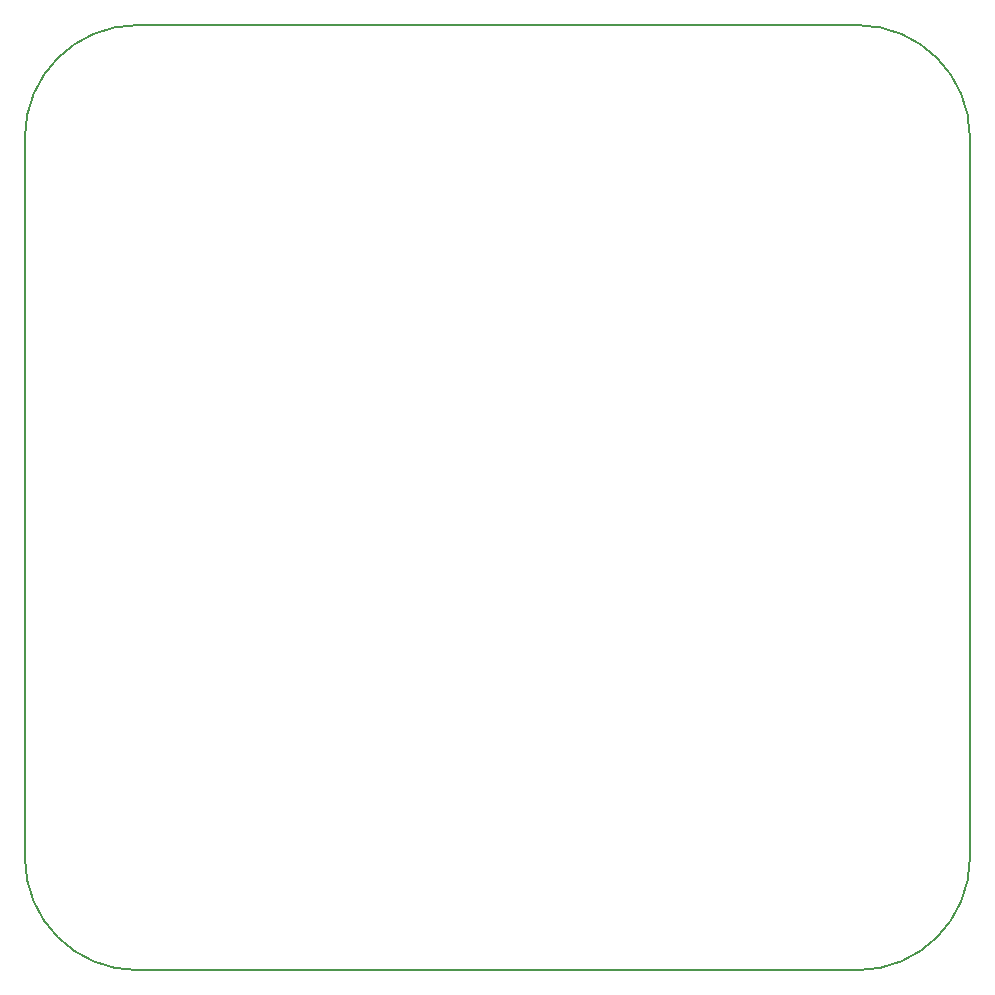
<source format=gbr>
%FSLAX23Y23*%
%MOIN*%
G70*
G01*
G75*
G04 Layer_Color=16711935*
%ADD10C,0.089*%
%ADD11R,0.031X0.039*%
%ADD12R,0.012X0.059*%
%ADD13R,0.059X0.012*%
%ADD14R,0.043X0.039*%
%ADD15R,0.039X0.043*%
%ADD16R,0.087X0.043*%
%ADD17R,0.039X0.039*%
%ADD18R,0.043X0.087*%
%ADD19C,0.047*%
%ADD20R,0.079X0.098*%
%ADD21R,0.098X0.055*%
%ADD22R,0.118X0.055*%
%ADD23R,0.020X0.098*%
%ADD24R,0.039X0.024*%
%ADD25R,0.039X0.020*%
%ADD26R,0.051X0.059*%
%ADD27R,0.094X0.102*%
%ADD28R,0.079X0.020*%
%ADD29R,0.217X0.079*%
%ADD30R,0.059X0.051*%
%ADD31R,0.134X0.069*%
%ADD32R,0.041X0.069*%
%ADD33R,0.041X0.069*%
%ADD34R,0.047X0.024*%
%ADD35R,0.106X0.063*%
%ADD36R,0.079X0.114*%
%ADD37C,0.020*%
%ADD38C,0.012*%
%ADD39C,0.039*%
%ADD40C,0.008*%
%ADD41R,2.402X0.089*%
%ADD42R,0.089X2.411*%
%ADD43R,0.089X1.191*%
%ADD44C,0.098*%
%ADD45R,0.059X0.059*%
%ADD46C,0.059*%
%ADD47C,0.031*%
%ADD48C,0.039*%
%ADD49C,0.276*%
%ADD50C,0.035*%
%ADD51R,0.039X0.098*%
%ADD52C,0.010*%
%ADD53C,0.010*%
%ADD54R,0.039X0.047*%
%ADD55R,0.020X0.067*%
%ADD56R,0.067X0.020*%
%ADD57R,0.051X0.047*%
%ADD58R,0.047X0.051*%
%ADD59R,0.094X0.051*%
%ADD60R,0.047X0.047*%
%ADD61R,0.051X0.094*%
%ADD62C,0.055*%
%ADD63R,0.087X0.106*%
%ADD64R,0.126X0.063*%
%ADD65R,0.028X0.106*%
%ADD66R,0.047X0.031*%
%ADD67R,0.047X0.028*%
%ADD68R,0.059X0.067*%
%ADD69R,0.102X0.110*%
%ADD70R,0.087X0.028*%
%ADD71R,0.224X0.087*%
%ADD72R,0.067X0.059*%
%ADD73R,0.142X0.077*%
%ADD74R,0.049X0.077*%
%ADD75R,0.049X0.077*%
%ADD76R,0.055X0.031*%
%ADD77R,0.114X0.071*%
%ADD78R,0.087X0.122*%
%ADD79C,0.106*%
%ADD80R,0.067X0.067*%
%ADD81C,0.067*%
%ADD82C,0.283*%
%ADD83R,0.047X0.106*%
D40*
X2776Y0D02*
G03*
X3150Y374I0J374D01*
G01*
Y2776D02*
G03*
X2776Y3150I-374J0D01*
G01*
X374D02*
G03*
X0Y2776I0J-374D01*
G01*
Y374D02*
G03*
X374Y0I374J0D01*
G01*
X2776D01*
X3150Y374D02*
Y2776D01*
X374Y3150D02*
X2776D01*
X0Y374D02*
Y2776D01*
M02*

</source>
